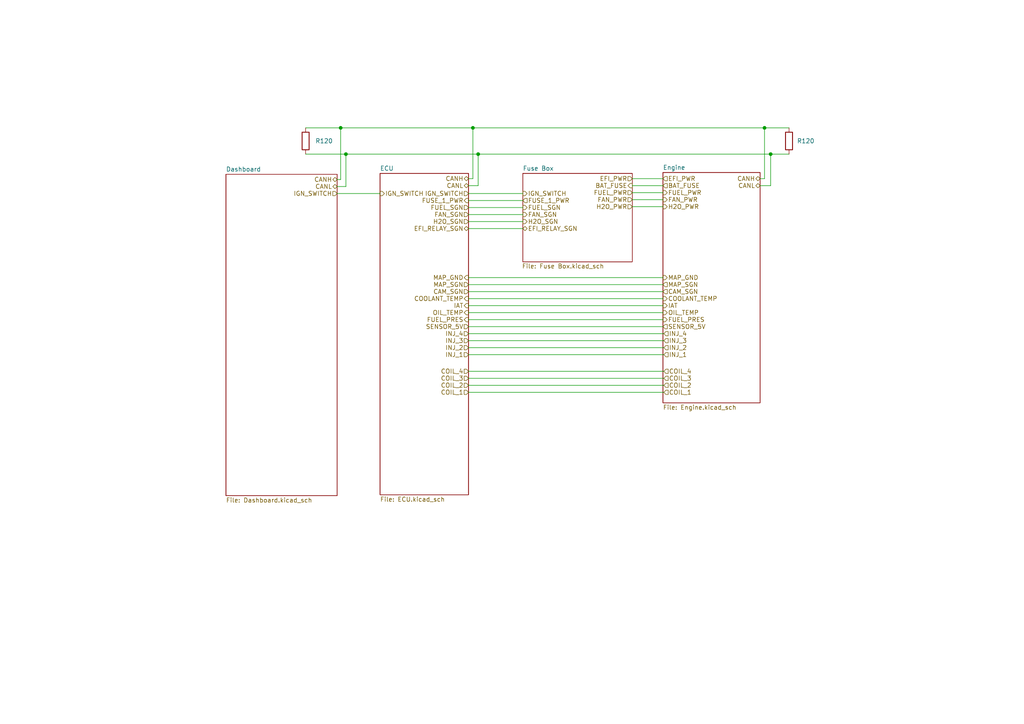
<source format=kicad_sch>
(kicad_sch (version 20211123) (generator eeschema)
  (paper "A4")
  (lib_symbols
    (symbol "Device:R" (pin_numbers hide) (pin_names (offset 0))
      (property "Reference" "R" (at 2.032 0 90))
      (property "Value" "R" (at 0 0 90))
      (symbol "R_0_1"
        (rectangle (start -1.016 -2.54) (end 1.016 2.54) (stroke (width 0.254)))
      )
      (symbol "R_1_1"
        (pin passive line (at 0 3.81 270) (length 1.27) (name "~") (number "1"))
        (pin passive line (at 0 -3.81 90) (length 1.27) (name "~") (number "2"))
      )
    )
  )
  (junction (at 223.52 44.704))
  (junction (at 138.684 44.704))
  (junction (at 137.16 37.084))
  (junction (at 100.33 44.704))
  (junction (at 221.742 37.084))
  (junction (at 98.806 37.084))
  (wire (pts (xy 135.89 51.816) (xy 137.16 51.816)))
  (wire (pts (xy 135.89 107.696) (xy 192.532 107.696)))
  (wire (pts (xy 135.89 84.582) (xy 192.278 84.582)))
  (wire (pts (xy 135.89 86.614) (xy 192.278 86.614)))
  (wire (pts (xy 135.89 66.294) (xy 151.638 66.294)))
  (wire (pts (xy 88.646 37.084) (xy 98.806 37.084)))
  (wire (pts (xy 100.33 54.102) (xy 100.33 44.704)))
  (wire (pts (xy 97.79 54.102) (xy 100.33 54.102)))
  (wire (pts (xy 135.89 64.262) (xy 151.638 64.262)))
  (wire (pts (xy 221.742 37.084) (xy 228.854 37.084)))
  (wire (pts (xy 135.89 53.848) (xy 138.684 53.848)))
  (wire (pts (xy 137.16 37.084) (xy 221.742 37.084)))
  (wire (pts (xy 135.89 62.23) (xy 151.638 62.23)))
  (wire (pts (xy 135.89 90.678) (xy 192.278 90.678)))
  (wire (pts (xy 135.89 88.646) (xy 192.278 88.646)))
  (wire (pts (xy 135.89 94.742) (xy 192.278 94.742)))
  (wire (pts (xy 100.33 44.704) (xy 138.684 44.704)))
  (wire (pts (xy 135.89 56.134) (xy 151.638 56.134)))
  (wire (pts (xy 138.684 53.848) (xy 138.684 44.704)))
  (wire (pts (xy 135.89 109.728) (xy 192.532 109.728)))
  (wire (pts (xy 183.388 53.848) (xy 192.278 53.848)))
  (wire (pts (xy 135.89 96.774) (xy 192.532 96.774)))
  (wire (pts (xy 98.806 37.084) (xy 137.16 37.084)))
  (wire (pts (xy 183.388 51.816) (xy 192.278 51.816)))
  (wire (pts (xy 88.646 44.704) (xy 100.33 44.704)))
  (wire (pts (xy 135.89 60.198) (xy 151.638 60.198)))
  (wire (pts (xy 135.89 102.87) (xy 192.532 102.87)))
  (wire (pts (xy 135.89 82.55) (xy 192.278 82.55)))
  (wire (pts (xy 183.388 59.944) (xy 192.278 59.944)))
  (wire (pts (xy 97.79 56.134) (xy 110.236 56.134)))
  (wire (pts (xy 138.684 44.704) (xy 223.52 44.704)))
  (wire (pts (xy 135.89 80.518) (xy 192.278 80.518)))
  (wire (pts (xy 220.472 53.848) (xy 223.52 53.848)))
  (wire (pts (xy 221.742 51.816) (xy 221.742 37.084)))
  (wire (pts (xy 223.52 53.848) (xy 223.52 44.704)))
  (wire (pts (xy 98.806 52.07) (xy 98.806 37.084)))
  (wire (pts (xy 135.89 113.792) (xy 192.532 113.792)))
  (wire (pts (xy 137.16 37.084) (xy 137.16 51.816)))
  (wire (pts (xy 220.472 51.816) (xy 221.742 51.816)))
  (wire (pts (xy 135.89 111.76) (xy 192.532 111.76)))
  (wire (pts (xy 135.89 100.838) (xy 192.532 100.838)))
  (wire (pts (xy 183.388 57.912) (xy 192.278 57.912)))
  (wire (pts (xy 223.52 44.704) (xy 228.854 44.704)))
  (wire (pts (xy 135.89 58.166) (xy 151.638 58.166)))
  (wire (pts (xy 135.89 92.71) (xy 192.278 92.71)))
  (wire (pts (xy 135.89 98.806) (xy 192.532 98.806)))
  (wire (pts (xy 183.388 55.88) (xy 192.278 55.88)))
  (wire (pts (xy 97.79 52.07) (xy 98.806 52.07)))
  (hierarchical_label "H2O_PWR" (shape input) (at 183.388 59.944 180))
  (hierarchical_label "BAT_FUSE" (shape output) (at 183.388 53.848 180))
  (hierarchical_label "COIL_1" (shape input) (at 135.89 113.792 180))
  (hierarchical_label "CANH" (shape bidirectional) (at 135.89 51.816 180))
  (hierarchical_label "EFI_RELAY_SGN" (shape bidirectional) (at 151.638 66.294 0))
  (hierarchical_label "CANL" (shape bidirectional) (at 97.79 54.102 180))
  (hierarchical_label "INJ_1" (shape input) (at 135.89 102.87 180))
  (hierarchical_label "COIL_3" (shape input) (at 135.89 109.728 180))
  (hierarchical_label "INJ_1" (shape input) (at 192.532 102.87 0))
  (hierarchical_label "COIL_4" (shape input) (at 135.89 107.696 180))
  (hierarchical_label "CANH" (shape bidirectional) (at 97.79 52.07 180))
  (hierarchical_label "INJ_2" (shape input) (at 135.89 100.838 180))
  (hierarchical_label "OIL_TEMP" (shape output) (at 192.278 90.678 0))
  (hierarchical_label "CANL" (shape bidirectional) (at 135.89 53.848 180))
  (hierarchical_label "COIL_2" (shape input) (at 192.532 111.76 0))
  (hierarchical_label "EFI_RELAY_SGN" (shape bidirectional) (at 135.89 66.294 180))
  (hierarchical_label "FAN_PWR" (shape input) (at 183.388 57.912 180))
  (hierarchical_label "INJ_3" (shape input) (at 135.89 98.806 180))
  (hierarchical_label "H2O_SGN" (shape output) (at 151.638 64.262 0))
  (hierarchical_label "CANL" (shape bidirectional) (at 220.472 53.848 180))
  (hierarchical_label "FUEL_SGN" (shape input) (at 135.89 60.198 180))
  (hierarchical_label "BAT_FUSE" (shape input) (at 192.278 53.848 0))
  (hierarchical_label "COIL_4" (shape input) (at 192.532 107.696 0))
  (hierarchical_label "FUEL_SGN" (shape output) (at 151.638 60.198 0))
  (hierarchical_label "INJ_4" (shape input) (at 135.89 96.774 180))
  (hierarchical_label "FUEL_PWR" (shape input) (at 183.388 55.88 180))
  (hierarchical_label "EFI_PWR" (shape input) (at 192.278 51.816 0))
  (hierarchical_label "MAP_SGN" (shape input) (at 135.89 82.55 180))
  (hierarchical_label "FAN_PWR" (shape output) (at 192.278 57.912 0))
  (hierarchical_label "MAP_SGN" (shape input) (at 192.278 82.55 0))
  (hierarchical_label "IAT" (shape output) (at 135.89 88.646 180))
  (hierarchical_label "INJ_2" (shape input) (at 192.532 100.838 0))
  (hierarchical_label "H2O_SGN" (shape input) (at 135.89 64.262 180))
  (hierarchical_label "FUEL_PRES" (shape output) (at 135.89 92.71 180))
  (hierarchical_label "FAN_SGN" (shape output) (at 151.638 62.23 0))
  (hierarchical_label "IGN_SWITCH" (shape output) (at 110.236 56.134 0))
  (hierarchical_label "FUEL_PRES" (shape output) (at 192.278 92.71 0))
  (hierarchical_label "COIL_1" (shape input) (at 192.532 113.792 0))
  (hierarchical_label "COOLANT_TEMP" (shape output) (at 192.278 86.614 0))
  (hierarchical_label "IGN_SWITCH" (shape input) (at 97.79 56.134 180))
  (hierarchical_label "INJ_4" (shape input) (at 192.532 96.774 0))
  (hierarchical_label "SENSOR_5V" (shape input) (at 135.89 94.742 180))
  (hierarchical_label "OIL_TEMP" (shape output) (at 135.89 90.678 180))
  (hierarchical_label "IGN_SWITCH" (shape input) (at 135.89 56.134 180))
  (hierarchical_label "FAN_SGN" (shape input) (at 135.89 62.23 180))
  (hierarchical_label "FUSE_1_PWR" (shape output) (at 135.89 58.166 180))
  (hierarchical_label "COIL_3" (shape input) (at 192.532 109.728 0))
  (hierarchical_label "H2O_PWR" (shape output) (at 192.278 59.944 0))
  (hierarchical_label "MAP_GND" (shape output) (at 192.278 80.518 0))
  (hierarchical_label "FUSE_1_PWR" (shape input) (at 151.638 58.166 0))
  (hierarchical_label "CAM_SGN" (shape input) (at 192.278 84.582 0))
  (hierarchical_label "MAP_GND" (shape output) (at 135.89 80.518 180))
  (hierarchical_label "COIL_2" (shape input) (at 135.89 111.76 180))
  (hierarchical_label "FUEL_PWR" (shape output) (at 192.278 55.88 0))
  (hierarchical_label "INJ_3" (shape input) (at 192.532 98.806 0))
  (hierarchical_label "IGN_SWITCH" (shape output) (at 151.638 56.134 0))
  (hierarchical_label "IAT" (shape output) (at 192.278 88.646 0))
  (hierarchical_label "SENSOR_5V" (shape input) (at 192.278 94.742 0))
  (hierarchical_label "EFI_PWR" (shape input) (at 183.388 51.816 180))
  (hierarchical_label "CAM_SGN" (shape input) (at 135.89 84.582 180))
  (hierarchical_label "CANH" (shape bidirectional) (at 220.472 51.816 180))
  (hierarchical_label "COOLANT_TEMP" (shape output) (at 135.89 86.614 180))
  (symbol (lib_id "Device:R") (at 88.646 40.894 0) (unit 1)
    (property "Reference" "R?" (effects hide))
    (property "Value" "R120" (at 91.44 40.8939 0) (effects (justify left)))
  )
  (symbol (lib_id "Device:R") (at 228.854 40.894 0) (unit 1)
    (property "Reference" "R?" (effects hide))
    (property "Value" "R120" (at 231.14 40.8939 0) (effects (justify left)))
  )
  (sheet (at 192.278 50.038) (size 28.194 66.802) (stroke (width 0.1524))
    (property "Sheet name" "Engine" (at 192.278 49.3264 0) (effects (justify left bottom)))
    (property "Sheet file" "Engine.kicad_sch" (at 192.278 117.4246 0) (effects (justify left top)))
  )
  (sheet (at 151.638 50.292) (size 31.75 25.654) (stroke (width 0.1524))
    (property "Sheet name" "Fuse Box" (at 151.638 49.5804 0) (effects (justify left bottom)))
    (property "Sheet file" "Fuse Box.kicad_sch" (at 151.384 76.454 0) (effects (justify left top)))
  )
  (sheet (at 110.236 50.292) (size 25.654 93.218) (stroke (width 0.1524))
    (property "Sheet name" "ECU" (at 110.236 49.5804 0) (effects (justify left bottom)))
    (property "Sheet file" "ECU.kicad_sch" (at 110.236 144.0946 0) (effects (justify left top)))
  )
  (sheet (at 65.532 50.546) (size 32.258 93.218) (stroke (width 0.1524))
    (property "Sheet name" "Dashboard" (at 65.532 49.8344 0) (effects (justify left bottom)))
    (property "Sheet file" "Dashboard.kicad_sch" (at 65.532 144.3486 0) (effects (justify left top)))
  )
)
</source>
